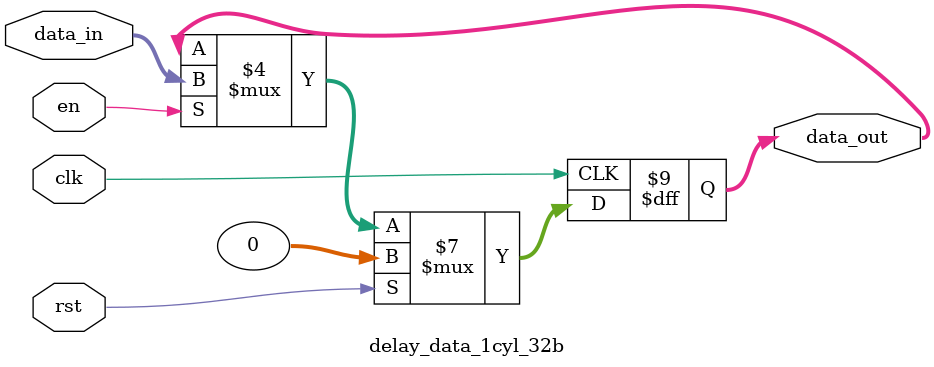
<source format=sv>
`timescale 1ns / 1ps


module delay_data_1cyl(
    input [15:0] data_in,
    input clk,
    input en,
    input rst,
    output reg [15:0] data_out
    );
    
    initial
        data_out <= 0;
    
    always @(posedge clk)
        if(rst)
            data_out <= 0;
        else if(en)
            data_out <= data_in;
        else
            data_out <= data_out;
            
endmodule

module delay_data_1cyl_24b(
    input [23:0] data_in,
    input clk,
    input en,
    input rst,
    output reg [23:0] data_out
    );
    
    initial
        data_out <= 0;
    
    always @(posedge clk)
        if(rst)
            data_out <= 0;
        else if(en)
            data_out <= data_in;
        else
            data_out <= data_out;
            
endmodule

module delay_data_1cyl_32b(
    input [31:0] data_in,
    input clk,
    input en,
    input rst,
    output reg [31:0] data_out
    );
    
    initial
        data_out <= 0;
    
    always @(posedge clk)
        if(rst)
            data_out <= 0;
        else if(en)
            data_out <= data_in;
        else
            data_out <= data_out;
            
endmodule
</source>
